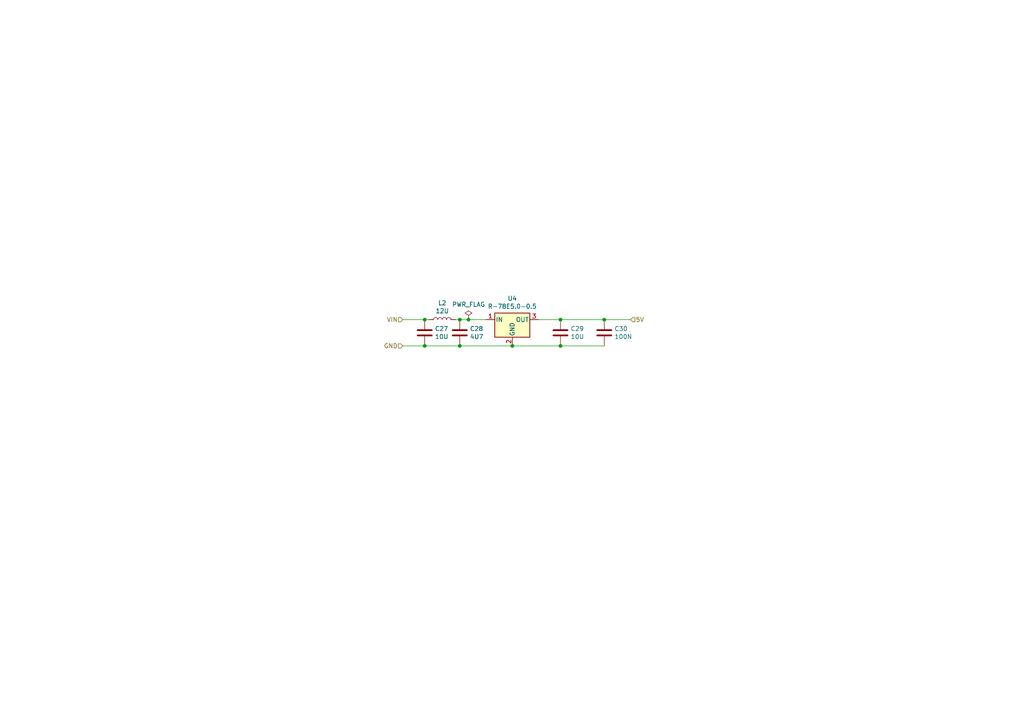
<source format=kicad_sch>
(kicad_sch (version 20211123) (generator eeschema)
  (paper "A4")
  (lib_symbols
    (symbol "Device:C" (pin_numbers hide) (pin_names (offset 0.254))
      (property "Reference" "C" (at 0.635 2.54 0))
      (property "Value" "C" (at 0.635 -2.54 0))
      (symbol "C_0_1"
        (polyline (pts (xy -2.032 -0.762) (xy 2.032 -0.762)) (stroke (width 0.508)))
        (polyline (pts (xy -2.032 0.762) (xy 2.032 0.762)) (stroke (width 0.508)))
      )
      (symbol "C_1_1"
        (pin passive line (at 0 3.81 270) (length 2.794) (name "~") (number "1"))
        (pin passive line (at 0 -3.81 90) (length 2.794) (name "~") (number "2"))
      )
    )
    (symbol "Device:L" (pin_numbers hide) (pin_names (offset 1.016) hide)
      (property "Reference" "L" (at -1.27 0 90))
      (property "Value" "L" (at 1.905 0 90))
      (symbol "L_0_1"
        (arc (start 0 -2.54) (mid 0.635 -1.905) (end 0 -1.27))
        (arc (start 0 -1.27) (mid 0.635 -0.635) (end 0 0))
        (arc (start 0 0) (mid 0.635 0.635) (end 0 1.27))
        (arc (start 0 1.27) (mid 0.635 1.905) (end 0 2.54))
      )
      (symbol "L_1_1"
        (pin passive line (at 0 3.81 270) (length 1.27) (name "1") (number "1"))
        (pin passive line (at 0 -3.81 90) (length 1.27) (name "2") (number "2"))
      )
    )
    (symbol "Regulator_Switching:R-78E5.0-0.5" (pin_names (offset 0.254))
      (property "Reference" "U" (at -3.81 3.175 0))
      (property "Value" "R-78E5.0-0.5" (at 0 3.175 0))
      (symbol "R-78E5.0-0.5_0_1"
        (rectangle (start -5.08 1.905) (end 5.08 -5.08) (stroke (width 0.254)) (fill (type background)))
      )
      (symbol "R-78E5.0-0.5_1_1"
        (pin power_in line (at -7.62 0 0) (length 2.54) (name "IN") (number "1"))
        (pin power_in line (at 0 -7.62 90) (length 2.54) (name "GND") (number "2"))
        (pin power_out line (at 7.62 0 180) (length 2.54) (name "OUT") (number "3"))
      )
    )
    (symbol "power:PWR_FLAG" (power) (pin_numbers hide) (pin_names (offset 0) hide)
      (property "Value" "PWR_FLAG" (at 0 3.81 0))
      (symbol "PWR_FLAG_0_0"
        (pin power_out line (at 0 0 90) (length 0) (name "pwr") (number "1"))
      )
      (symbol "PWR_FLAG_0_1"
        (polyline (pts (xy 0 0) (xy 0 1.27) (xy -1.016 1.905) (xy 0 2.54) (xy 1.016 1.905) (xy 0 1.27)))
      )
    )
  )
  (junction (at 175.26 92.71))
  (junction (at 135.89 92.71))
  (junction (at 123.19 100.33))
  (junction (at 148.59 100.33))
  (junction (at 162.56 100.33))
  (junction (at 123.19 92.71))
  (junction (at 133.35 92.71))
  (junction (at 162.56 92.71))
  (junction (at 133.35 100.33))
  (wire (pts (xy 123.19 100.33) (xy 116.84 100.33)))
  (wire (pts (xy 133.35 100.33) (xy 148.59 100.33)))
  (wire (pts (xy 133.35 92.71) (xy 135.89 92.71)))
  (wire (pts (xy 132.08 92.71) (xy 133.35 92.71)))
  (wire (pts (xy 162.56 92.71) (xy 175.26 92.71)))
  (wire (pts (xy 175.26 100.33) (xy 162.56 100.33)))
  (wire (pts (xy 123.19 92.71) (xy 124.46 92.71)))
  (wire (pts (xy 135.89 92.71) (xy 140.97 92.71)))
  (wire (pts (xy 116.84 92.71) (xy 123.19 92.71)))
  (wire (pts (xy 175.26 92.71) (xy 182.88 92.71)))
  (wire (pts (xy 148.59 100.33) (xy 162.56 100.33)))
  (wire (pts (xy 133.35 100.33) (xy 123.19 100.33)))
  (wire (pts (xy 156.21 92.71) (xy 162.56 92.71)))
  (hierarchical_label "GND" (shape input) (at 116.84 100.33 180))
  (hierarchical_label "5V" (shape input) (at 182.88 92.71 0))
  (hierarchical_label "VIN" (shape input) (at 116.84 92.71 180))
  (symbol (lib_id "Device:L") (at 128.27 92.71 90) (unit 1)
    (property "Reference" "L2" (at 128.27 87.884 90))
    (property "Value" "12U" (at 128.27 90.1954 90))
    (property "Footprint" "Inductor_THT:L_Radial_D8.7mm_P5.00mm_Fastron_07HCP" (effects hide))
  )
  (symbol (lib_id "Device:C") (at 133.35 96.52 0) (unit 1)
    (property "Reference" "C28" (at 136.271 95.3516 0) (effects (justify left)))
    (property "Value" "4U7" (at 136.271 97.663 0) (effects (justify left)))
    (property "Footprint" "Capacitor_SMD:C_0805_2012Metric" (effects hide))
  )
  (symbol (lib_id "Device:C") (at 123.19 96.52 0) (unit 1)
    (property "Reference" "C27" (at 126.111 95.3516 0) (effects (justify left)))
    (property "Value" "10U" (at 126.111 97.663 0) (effects (justify left)))
    (property "Footprint" "Capacitor_SMD:C_0805_2012Metric" (effects hide))
  )
  (symbol (lib_id "Device:C") (at 162.56 96.52 0) (unit 1)
    (property "Reference" "C29" (at 165.481 95.3516 0) (effects (justify left)))
    (property "Value" "10U" (at 165.481 97.663 0) (effects (justify left)))
    (property "Footprint" "Capacitor_SMD:C_0805_2012Metric" (effects hide))
  )
  (symbol (lib_id "Device:C") (at 175.26 96.52 0) (unit 1)
    (property "Reference" "C30" (at 178.181 95.3516 0) (effects (justify left)))
    (property "Value" "100N" (at 178.181 97.663 0) (effects (justify left)))
    (property "Footprint" "Capacitor_SMD:C_0603_1608Metric" (effects hide))
  )
  (symbol (lib_id "Regulator_Switching:R-78E5.0-0.5") (at 148.59 92.71 0) (unit 1)
    (property "Reference" "U4" (at 148.59 86.5632 0))
    (property "Value" "R-78E5.0-0.5" (at 148.59 88.8746 0))
    (property "Footprint" "Converter_DCDC:Converter_DCDC_RECOM_R-78E-0.5_THT" (effects hide))
    (property "Datasheet" "https://www.recom-power.com/pdf/Innoline/R-78Exx-0.5.pdf" (effects hide))
  )
  (symbol (lib_id "power:PWR_FLAG") (at 135.89 92.71 0) (unit 1)
    (property "Reference" "#FLG06" (effects hide))
    (property "Value" "PWR_FLAG" (at 135.89 88.3158 0))
  )
)
</source>
